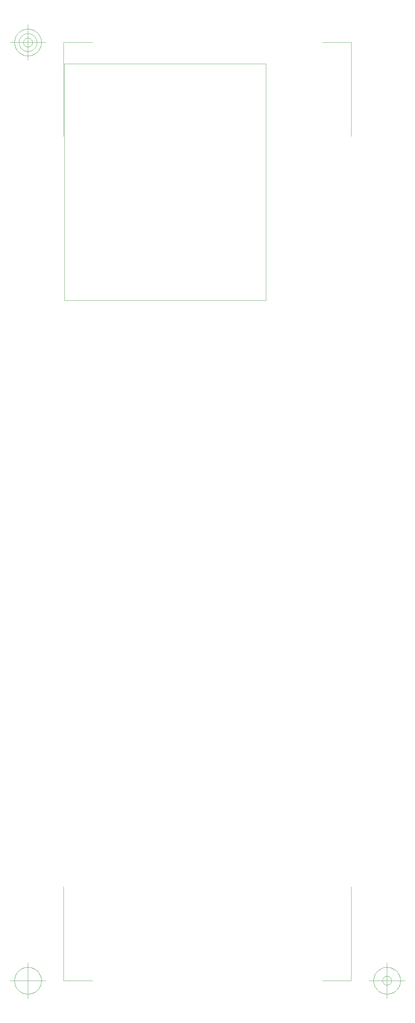
<source format=gbr>
G04 Generated by Ultiboard *
%FSLAX25Y25*%
%MOIN*%

%ADD10C,0.00004*%
%ADD11C,0.00394*%


G04 ColorRGB 00FFFF for the following layer *
%LNBoard Outline*%
%LPD*%
%FSLAX25Y25*%
%MOIN*%
G54D10*
X180000Y89000D02*
X402000Y89000D01*
X402000Y89000D02*
X402000Y350000D01*
X402000Y350000D02*
X180000Y350000D01*
X180000Y350000D02*
X180000Y89000D01*
G54D11*
X179000Y-661398D02*
X179000Y-557918D01*
X179000Y-661398D02*
X210696Y-661398D01*
X495962Y-661398D02*
X464266Y-661398D01*
X495962Y-661398D02*
X495962Y-557918D01*
X495962Y373400D02*
X495962Y269920D01*
X495962Y373400D02*
X464266Y373400D01*
X179000Y373400D02*
X210696Y373400D01*
X179000Y373400D02*
X179000Y269920D01*
X159315Y-661398D02*
X119945Y-661398D01*
X139630Y-681083D02*
X139630Y-641713D01*
X154394Y-661398D02*
X154323Y-659951D01*
X154323Y-659951D02*
X154110Y-658517D01*
X154110Y-658517D02*
X153758Y-657112D01*
X153758Y-657112D02*
X153270Y-655748D01*
X153270Y-655748D02*
X152650Y-654438D01*
X152650Y-654438D02*
X151906Y-653195D01*
X151906Y-653195D02*
X151042Y-652032D01*
X151042Y-652032D02*
X150069Y-650958D01*
X150069Y-650958D02*
X148996Y-649985D01*
X148996Y-649985D02*
X147832Y-649122D01*
X147832Y-649122D02*
X146590Y-648377D01*
X146590Y-648377D02*
X145280Y-647758D01*
X145280Y-647758D02*
X143916Y-647270D01*
X143916Y-647270D02*
X142510Y-646918D01*
X142510Y-646918D02*
X141077Y-646705D01*
X141077Y-646705D02*
X139630Y-646634D01*
X139630Y-646634D02*
X138183Y-646705D01*
X138183Y-646705D02*
X136750Y-646918D01*
X136750Y-646918D02*
X135344Y-647270D01*
X135344Y-647270D02*
X133980Y-647758D01*
X133980Y-647758D02*
X132670Y-648377D01*
X132670Y-648377D02*
X131428Y-649122D01*
X131428Y-649122D02*
X130264Y-649985D01*
X130264Y-649985D02*
X129190Y-650958D01*
X129190Y-650958D02*
X128217Y-652032D01*
X128217Y-652032D02*
X127354Y-653195D01*
X127354Y-653195D02*
X126609Y-654438D01*
X126609Y-654438D02*
X125990Y-655748D01*
X125990Y-655748D02*
X125502Y-657112D01*
X125502Y-657112D02*
X125150Y-658517D01*
X125150Y-658517D02*
X124937Y-659951D01*
X124937Y-659951D02*
X124866Y-661398D01*
X124866Y-661398D02*
X124937Y-662845D01*
X124937Y-662845D02*
X125150Y-664278D01*
X125150Y-664278D02*
X125502Y-665683D01*
X125502Y-665683D02*
X125990Y-667047D01*
X125990Y-667047D02*
X126609Y-668357D01*
X126609Y-668357D02*
X127354Y-669600D01*
X127354Y-669600D02*
X128217Y-670764D01*
X128217Y-670764D02*
X129190Y-671837D01*
X129190Y-671837D02*
X130264Y-672810D01*
X130264Y-672810D02*
X131428Y-673673D01*
X131428Y-673673D02*
X132670Y-674418D01*
X132670Y-674418D02*
X133980Y-675038D01*
X133980Y-675038D02*
X135344Y-675526D01*
X135344Y-675526D02*
X136750Y-675878D01*
X136750Y-675878D02*
X138183Y-676090D01*
X138183Y-676090D02*
X139630Y-676161D01*
X139630Y-676161D02*
X141077Y-676090D01*
X141077Y-676090D02*
X142510Y-675878D01*
X142510Y-675878D02*
X143916Y-675526D01*
X143916Y-675526D02*
X145280Y-675038D01*
X145280Y-675038D02*
X146590Y-674418D01*
X146590Y-674418D02*
X147832Y-673673D01*
X147832Y-673673D02*
X148996Y-672810D01*
X148996Y-672810D02*
X150069Y-671837D01*
X150069Y-671837D02*
X151042Y-670764D01*
X151042Y-670764D02*
X151906Y-669600D01*
X151906Y-669600D02*
X152650Y-668357D01*
X152650Y-668357D02*
X153270Y-667047D01*
X153270Y-667047D02*
X153758Y-665683D01*
X153758Y-665683D02*
X154110Y-664278D01*
X154110Y-664278D02*
X154323Y-662845D01*
X154323Y-662845D02*
X154394Y-661398D01*
X515647Y-661398D02*
X555017Y-661398D01*
X535332Y-681083D02*
X535332Y-641713D01*
X550096Y-661398D02*
X550025Y-659951D01*
X550025Y-659951D02*
X549812Y-658517D01*
X549812Y-658517D02*
X549460Y-657112D01*
X549460Y-657112D02*
X548972Y-655748D01*
X548972Y-655748D02*
X548353Y-654438D01*
X548353Y-654438D02*
X547608Y-653195D01*
X547608Y-653195D02*
X546745Y-652032D01*
X546745Y-652032D02*
X545772Y-650958D01*
X545772Y-650958D02*
X544698Y-649985D01*
X544698Y-649985D02*
X543534Y-649122D01*
X543534Y-649122D02*
X542292Y-648377D01*
X542292Y-648377D02*
X540982Y-647758D01*
X540982Y-647758D02*
X539618Y-647270D01*
X539618Y-647270D02*
X538212Y-646918D01*
X538212Y-646918D02*
X536779Y-646705D01*
X536779Y-646705D02*
X535332Y-646634D01*
X535332Y-646634D02*
X533885Y-646705D01*
X533885Y-646705D02*
X532452Y-646918D01*
X532452Y-646918D02*
X531046Y-647270D01*
X531046Y-647270D02*
X529682Y-647758D01*
X529682Y-647758D02*
X528373Y-648377D01*
X528373Y-648377D02*
X527130Y-649122D01*
X527130Y-649122D02*
X525966Y-649985D01*
X525966Y-649985D02*
X524893Y-650958D01*
X524893Y-650958D02*
X523920Y-652032D01*
X523920Y-652032D02*
X523057Y-653195D01*
X523057Y-653195D02*
X522312Y-654438D01*
X522312Y-654438D02*
X521692Y-655748D01*
X521692Y-655748D02*
X521204Y-657112D01*
X521204Y-657112D02*
X520852Y-658517D01*
X520852Y-658517D02*
X520639Y-659951D01*
X520639Y-659951D02*
X520568Y-661398D01*
X520568Y-661398D02*
X520639Y-662845D01*
X520639Y-662845D02*
X520852Y-664278D01*
X520852Y-664278D02*
X521204Y-665683D01*
X521204Y-665683D02*
X521692Y-667047D01*
X521692Y-667047D02*
X522312Y-668357D01*
X522312Y-668357D02*
X523057Y-669600D01*
X523057Y-669600D02*
X523920Y-670764D01*
X523920Y-670764D02*
X524893Y-671837D01*
X524893Y-671837D02*
X525966Y-672810D01*
X525966Y-672810D02*
X527130Y-673673D01*
X527130Y-673673D02*
X528373Y-674418D01*
X528373Y-674418D02*
X529682Y-675038D01*
X529682Y-675038D02*
X531046Y-675526D01*
X531046Y-675526D02*
X532452Y-675878D01*
X532452Y-675878D02*
X533885Y-676090D01*
X533885Y-676090D02*
X535332Y-676161D01*
X535332Y-676161D02*
X536779Y-676090D01*
X536779Y-676090D02*
X538212Y-675878D01*
X538212Y-675878D02*
X539618Y-675526D01*
X539618Y-675526D02*
X540982Y-675038D01*
X540982Y-675038D02*
X542292Y-674418D01*
X542292Y-674418D02*
X543534Y-673673D01*
X543534Y-673673D02*
X544698Y-672810D01*
X544698Y-672810D02*
X545772Y-671837D01*
X545772Y-671837D02*
X546745Y-670764D01*
X546745Y-670764D02*
X547608Y-669600D01*
X547608Y-669600D02*
X548353Y-668357D01*
X548353Y-668357D02*
X548972Y-667047D01*
X548972Y-667047D02*
X549460Y-665683D01*
X549460Y-665683D02*
X549812Y-664278D01*
X549812Y-664278D02*
X550025Y-662845D01*
X550025Y-662845D02*
X550096Y-661398D01*
X540253Y-661398D02*
X540230Y-660915D01*
X540230Y-660915D02*
X540159Y-660438D01*
X540159Y-660438D02*
X540042Y-659969D01*
X540042Y-659969D02*
X539879Y-659514D01*
X539879Y-659514D02*
X539672Y-659078D01*
X539672Y-659078D02*
X539424Y-658664D01*
X539424Y-658664D02*
X539136Y-658276D01*
X539136Y-658276D02*
X538812Y-657918D01*
X538812Y-657918D02*
X538454Y-657593D01*
X538454Y-657593D02*
X538066Y-657306D01*
X538066Y-657306D02*
X537652Y-657057D01*
X537652Y-657057D02*
X537215Y-656851D01*
X537215Y-656851D02*
X536761Y-656688D01*
X536761Y-656688D02*
X536292Y-656571D01*
X536292Y-656571D02*
X535815Y-656500D01*
X535815Y-656500D02*
X535332Y-656476D01*
X535332Y-656476D02*
X534850Y-656500D01*
X534850Y-656500D02*
X534372Y-656571D01*
X534372Y-656571D02*
X533904Y-656688D01*
X533904Y-656688D02*
X533449Y-656851D01*
X533449Y-656851D02*
X533012Y-657057D01*
X533012Y-657057D02*
X532598Y-657306D01*
X532598Y-657306D02*
X532210Y-657593D01*
X532210Y-657593D02*
X531852Y-657918D01*
X531852Y-657918D02*
X531528Y-658276D01*
X531528Y-658276D02*
X531240Y-658664D01*
X531240Y-658664D02*
X530992Y-659078D01*
X530992Y-659078D02*
X530786Y-659514D01*
X530786Y-659514D02*
X530623Y-659969D01*
X530623Y-659969D02*
X530505Y-660438D01*
X530505Y-660438D02*
X530435Y-660915D01*
X530435Y-660915D02*
X530411Y-661398D01*
X530411Y-661398D02*
X530435Y-661880D01*
X530435Y-661880D02*
X530505Y-662358D01*
X530505Y-662358D02*
X530623Y-662826D01*
X530623Y-662826D02*
X530786Y-663281D01*
X530786Y-663281D02*
X530992Y-663717D01*
X530992Y-663717D02*
X531240Y-664132D01*
X531240Y-664132D02*
X531528Y-664520D01*
X531528Y-664520D02*
X531852Y-664877D01*
X531852Y-664877D02*
X532210Y-665202D01*
X532210Y-665202D02*
X532598Y-665490D01*
X532598Y-665490D02*
X533012Y-665738D01*
X533012Y-665738D02*
X533449Y-665944D01*
X533449Y-665944D02*
X533904Y-666107D01*
X533904Y-666107D02*
X534372Y-666224D01*
X534372Y-666224D02*
X534850Y-666295D01*
X534850Y-666295D02*
X535332Y-666319D01*
X535332Y-666319D02*
X535815Y-666295D01*
X535815Y-666295D02*
X536292Y-666224D01*
X536292Y-666224D02*
X536761Y-666107D01*
X536761Y-666107D02*
X537215Y-665944D01*
X537215Y-665944D02*
X537652Y-665738D01*
X537652Y-665738D02*
X538066Y-665490D01*
X538066Y-665490D02*
X538454Y-665202D01*
X538454Y-665202D02*
X538812Y-664877D01*
X538812Y-664877D02*
X539136Y-664520D01*
X539136Y-664520D02*
X539424Y-664132D01*
X539424Y-664132D02*
X539672Y-663717D01*
X539672Y-663717D02*
X539879Y-663281D01*
X539879Y-663281D02*
X540042Y-662826D01*
X540042Y-662826D02*
X540159Y-662358D01*
X540159Y-662358D02*
X540230Y-661880D01*
X540230Y-661880D02*
X540253Y-661398D01*
X159315Y373400D02*
X119945Y373400D01*
X139630Y353715D02*
X139630Y393085D01*
X154394Y373400D02*
X154323Y374847D01*
X154323Y374847D02*
X154110Y376280D01*
X154110Y376280D02*
X153758Y377686D01*
X153758Y377686D02*
X153270Y379050D01*
X153270Y379050D02*
X152650Y380360D01*
X152650Y380360D02*
X151906Y381602D01*
X151906Y381602D02*
X151042Y382766D01*
X151042Y382766D02*
X150069Y383840D01*
X150069Y383840D02*
X148996Y384813D01*
X148996Y384813D02*
X147832Y385676D01*
X147832Y385676D02*
X146590Y386420D01*
X146590Y386420D02*
X145280Y387040D01*
X145280Y387040D02*
X143916Y387528D01*
X143916Y387528D02*
X142510Y387880D01*
X142510Y387880D02*
X141077Y388093D01*
X141077Y388093D02*
X139630Y388164D01*
X139630Y388164D02*
X138183Y388093D01*
X138183Y388093D02*
X136750Y387880D01*
X136750Y387880D02*
X135344Y387528D01*
X135344Y387528D02*
X133980Y387040D01*
X133980Y387040D02*
X132670Y386420D01*
X132670Y386420D02*
X131428Y385676D01*
X131428Y385676D02*
X130264Y384813D01*
X130264Y384813D02*
X129190Y383840D01*
X129190Y383840D02*
X128217Y382766D01*
X128217Y382766D02*
X127354Y381602D01*
X127354Y381602D02*
X126609Y380360D01*
X126609Y380360D02*
X125990Y379050D01*
X125990Y379050D02*
X125502Y377686D01*
X125502Y377686D02*
X125150Y376280D01*
X125150Y376280D02*
X124937Y374847D01*
X124937Y374847D02*
X124866Y373400D01*
X124866Y373400D02*
X124937Y371953D01*
X124937Y371953D02*
X125150Y370520D01*
X125150Y370520D02*
X125502Y369114D01*
X125502Y369114D02*
X125990Y367750D01*
X125990Y367750D02*
X126609Y366440D01*
X126609Y366440D02*
X127354Y365198D01*
X127354Y365198D02*
X128217Y364034D01*
X128217Y364034D02*
X129190Y362960D01*
X129190Y362960D02*
X130264Y361987D01*
X130264Y361987D02*
X131428Y361124D01*
X131428Y361124D02*
X132670Y360380D01*
X132670Y360380D02*
X133980Y359760D01*
X133980Y359760D02*
X135344Y359272D01*
X135344Y359272D02*
X136750Y358920D01*
X136750Y358920D02*
X138183Y358707D01*
X138183Y358707D02*
X139630Y358636D01*
X139630Y358636D02*
X141077Y358707D01*
X141077Y358707D02*
X142510Y358920D01*
X142510Y358920D02*
X143916Y359272D01*
X143916Y359272D02*
X145280Y359760D01*
X145280Y359760D02*
X146590Y360380D01*
X146590Y360380D02*
X147832Y361124D01*
X147832Y361124D02*
X148996Y361987D01*
X148996Y361987D02*
X150069Y362960D01*
X150069Y362960D02*
X151042Y364034D01*
X151042Y364034D02*
X151906Y365198D01*
X151906Y365198D02*
X152650Y366440D01*
X152650Y366440D02*
X153270Y367750D01*
X153270Y367750D02*
X153758Y369114D01*
X153758Y369114D02*
X154110Y370520D01*
X154110Y370520D02*
X154323Y371953D01*
X154323Y371953D02*
X154394Y373400D01*
X149472Y373400D02*
X149425Y374365D01*
X149425Y374365D02*
X149283Y375320D01*
X149283Y375320D02*
X149049Y376257D01*
X149049Y376257D02*
X148723Y377167D01*
X148723Y377167D02*
X148310Y378040D01*
X148310Y378040D02*
X147814Y378868D01*
X147814Y378868D02*
X147238Y379644D01*
X147238Y379644D02*
X146590Y380360D01*
X146590Y380360D02*
X145874Y381008D01*
X145874Y381008D02*
X145098Y381584D01*
X145098Y381584D02*
X144270Y382080D01*
X144270Y382080D02*
X143396Y382493D01*
X143396Y382493D02*
X142487Y382819D01*
X142487Y382819D02*
X141550Y383053D01*
X141550Y383053D02*
X140595Y383195D01*
X140595Y383195D02*
X139630Y383243D01*
X139630Y383243D02*
X138665Y383195D01*
X138665Y383195D02*
X137710Y383053D01*
X137710Y383053D02*
X136773Y382819D01*
X136773Y382819D02*
X135863Y382493D01*
X135863Y382493D02*
X134990Y382080D01*
X134990Y382080D02*
X134162Y381584D01*
X134162Y381584D02*
X133386Y381008D01*
X133386Y381008D02*
X132670Y380360D01*
X132670Y380360D02*
X132022Y379644D01*
X132022Y379644D02*
X131446Y378868D01*
X131446Y378868D02*
X130950Y378040D01*
X130950Y378040D02*
X130537Y377167D01*
X130537Y377167D02*
X130211Y376257D01*
X130211Y376257D02*
X129977Y375320D01*
X129977Y375320D02*
X129835Y374365D01*
X129835Y374365D02*
X129787Y373400D01*
X129787Y373400D02*
X129835Y372435D01*
X129835Y372435D02*
X129977Y371480D01*
X129977Y371480D02*
X130211Y370543D01*
X130211Y370543D02*
X130537Y369633D01*
X130537Y369633D02*
X130950Y368760D01*
X130950Y368760D02*
X131446Y367932D01*
X131446Y367932D02*
X132022Y367156D01*
X132022Y367156D02*
X132670Y366440D01*
X132670Y366440D02*
X133386Y365792D01*
X133386Y365792D02*
X134162Y365216D01*
X134162Y365216D02*
X134990Y364720D01*
X134990Y364720D02*
X135863Y364307D01*
X135863Y364307D02*
X136773Y363981D01*
X136773Y363981D02*
X137710Y363747D01*
X137710Y363747D02*
X138665Y363605D01*
X138665Y363605D02*
X139630Y363557D01*
X139630Y363557D02*
X140595Y363605D01*
X140595Y363605D02*
X141550Y363747D01*
X141550Y363747D02*
X142487Y363981D01*
X142487Y363981D02*
X143396Y364307D01*
X143396Y364307D02*
X144270Y364720D01*
X144270Y364720D02*
X145098Y365216D01*
X145098Y365216D02*
X145874Y365792D01*
X145874Y365792D02*
X146590Y366440D01*
X146590Y366440D02*
X147238Y367156D01*
X147238Y367156D02*
X147814Y367932D01*
X147814Y367932D02*
X148310Y368760D01*
X148310Y368760D02*
X148723Y369633D01*
X148723Y369633D02*
X149049Y370543D01*
X149049Y370543D02*
X149283Y371480D01*
X149283Y371480D02*
X149425Y372435D01*
X149425Y372435D02*
X149472Y373400D01*
X144551Y373400D02*
X144527Y373882D01*
X144527Y373882D02*
X144457Y374360D01*
X144457Y374360D02*
X144339Y374829D01*
X144339Y374829D02*
X144177Y375283D01*
X144177Y375283D02*
X143970Y375720D01*
X143970Y375720D02*
X143722Y376134D01*
X143722Y376134D02*
X143434Y376522D01*
X143434Y376522D02*
X143110Y376880D01*
X143110Y376880D02*
X142752Y377204D01*
X142752Y377204D02*
X142364Y377492D01*
X142364Y377492D02*
X141950Y377740D01*
X141950Y377740D02*
X141513Y377947D01*
X141513Y377947D02*
X141058Y378109D01*
X141058Y378109D02*
X140590Y378227D01*
X140590Y378227D02*
X140112Y378298D01*
X140112Y378298D02*
X139630Y378321D01*
X139630Y378321D02*
X139148Y378298D01*
X139148Y378298D02*
X138670Y378227D01*
X138670Y378227D02*
X138201Y378109D01*
X138201Y378109D02*
X137747Y377947D01*
X137747Y377947D02*
X137310Y377740D01*
X137310Y377740D02*
X136896Y377492D01*
X136896Y377492D02*
X136508Y377204D01*
X136508Y377204D02*
X136150Y376880D01*
X136150Y376880D02*
X135826Y376522D01*
X135826Y376522D02*
X135538Y376134D01*
X135538Y376134D02*
X135290Y375720D01*
X135290Y375720D02*
X135083Y375283D01*
X135083Y375283D02*
X134921Y374829D01*
X134921Y374829D02*
X134803Y374360D01*
X134803Y374360D02*
X134732Y373882D01*
X134732Y373882D02*
X134709Y373400D01*
X134709Y373400D02*
X134732Y372918D01*
X134732Y372918D02*
X134803Y372440D01*
X134803Y372440D02*
X134921Y371971D01*
X134921Y371971D02*
X135083Y371517D01*
X135083Y371517D02*
X135290Y371080D01*
X135290Y371080D02*
X135538Y370666D01*
X135538Y370666D02*
X135826Y370278D01*
X135826Y370278D02*
X136150Y369920D01*
X136150Y369920D02*
X136508Y369596D01*
X136508Y369596D02*
X136896Y369308D01*
X136896Y369308D02*
X137310Y369060D01*
X137310Y369060D02*
X137747Y368853D01*
X137747Y368853D02*
X138201Y368691D01*
X138201Y368691D02*
X138670Y368573D01*
X138670Y368573D02*
X139148Y368502D01*
X139148Y368502D02*
X139630Y368479D01*
X139630Y368479D02*
X140112Y368502D01*
X140112Y368502D02*
X140590Y368573D01*
X140590Y368573D02*
X141058Y368691D01*
X141058Y368691D02*
X141513Y368853D01*
X141513Y368853D02*
X141950Y369060D01*
X141950Y369060D02*
X142364Y369308D01*
X142364Y369308D02*
X142752Y369596D01*
X142752Y369596D02*
X143110Y369920D01*
X143110Y369920D02*
X143434Y370278D01*
X143434Y370278D02*
X143722Y370666D01*
X143722Y370666D02*
X143970Y371080D01*
X143970Y371080D02*
X144177Y371517D01*
X144177Y371517D02*
X144339Y371971D01*
X144339Y371971D02*
X144457Y372440D01*
X144457Y372440D02*
X144527Y372918D01*
X144527Y372918D02*
X144551Y373400D01*

M00*

</source>
